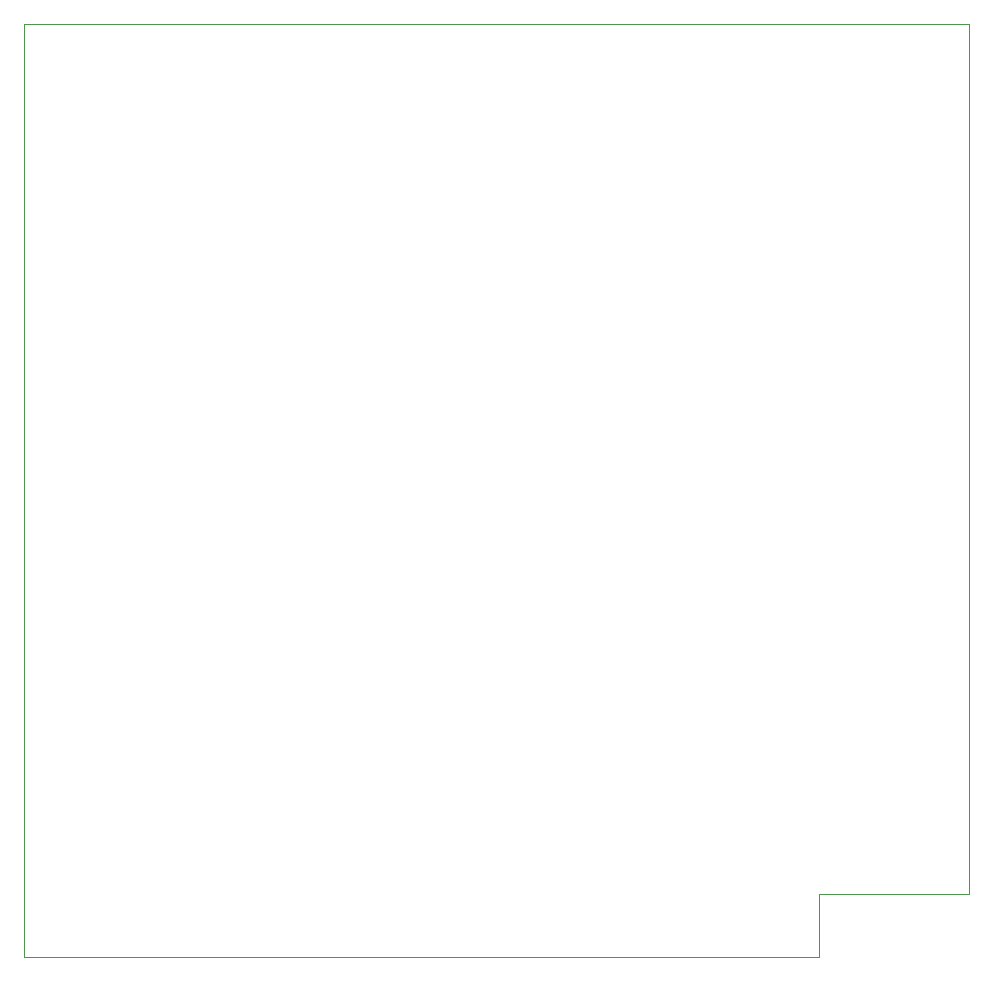
<source format=gbr>
%TF.GenerationSoftware,KiCad,Pcbnew,(5.1.8)-1*%
%TF.CreationDate,2022-01-24T15:12:58-08:00*%
%TF.ProjectId,BLE-33_baseboard,424c452d-3333-45f6-9261-7365626f6172,rev?*%
%TF.SameCoordinates,Original*%
%TF.FileFunction,Profile,NP*%
%FSLAX46Y46*%
G04 Gerber Fmt 4.6, Leading zero omitted, Abs format (unit mm)*
G04 Created by KiCad (PCBNEW (5.1.8)-1) date 2022-01-24 15:12:58*
%MOMM*%
%LPD*%
G01*
G04 APERTURE LIST*
%TA.AperFunction,Profile*%
%ADD10C,0.050000*%
%TD*%
%TA.AperFunction,Profile*%
%ADD11C,0.100000*%
%TD*%
G04 APERTURE END LIST*
D10*
X163830000Y-124460000D02*
X176530000Y-124460000D01*
X163830000Y-129794000D02*
X163830000Y-124460000D01*
D11*
X176530000Y-50800000D02*
X176530000Y-124460000D01*
X96520000Y-50800000D02*
X176530000Y-50800000D01*
X96520000Y-129794000D02*
X96520000Y-50800000D01*
X163830000Y-129794000D02*
X96520000Y-129794000D01*
M02*

</source>
